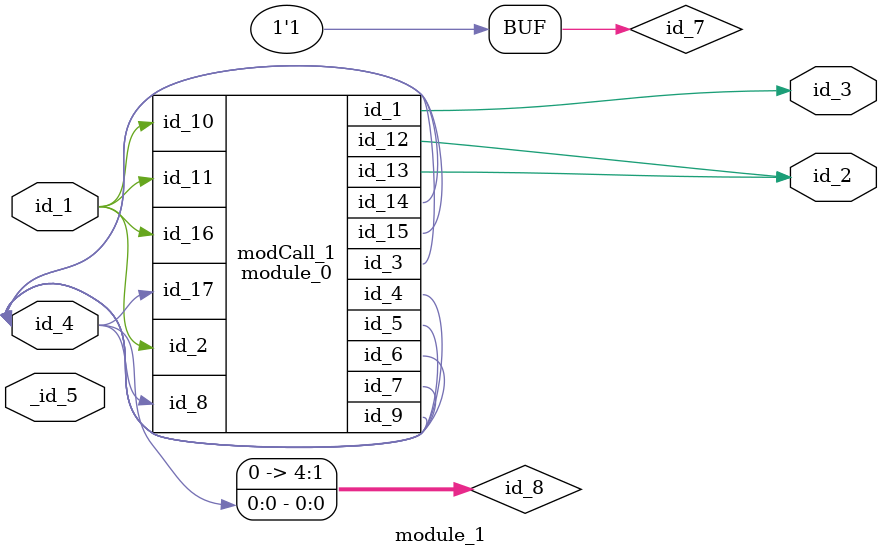
<source format=v>
module module_0 (
    id_1,
    id_2,
    id_3,
    id_4,
    id_5,
    id_6,
    id_7,
    id_8,
    id_9,
    id_10,
    id_11,
    id_12,
    id_13,
    id_14,
    id_15,
    id_16,
    id_17
);
  input wire id_17;
  input wire id_16;
  inout wire id_15;
  output wire id_14;
  output wire id_13;
  output wire id_12;
  input wire id_11;
  input wire id_10;
  inout wire id_9;
  input wire id_8;
  inout wire id_7;
  output wire id_6;
  inout wire id_5;
  inout wire id_4;
  output wire id_3;
  input wire id_2;
  output wire id_1;
  localparam id_18 = 1;
endmodule
module module_1 #(
    parameter id_5 = 32'd28,
    parameter id_6 = 32'd24
) (
    id_1,
    id_2,
    id_3,
    id_4,
    _id_5
);
  input wire _id_5;
  module_0 modCall_1 (
      id_3,
      id_1,
      id_4,
      id_4,
      id_4,
      id_4,
      id_4,
      id_4,
      id_4,
      id_1,
      id_1,
      id_2,
      id_2,
      id_4,
      id_4,
      id_1,
      id_4
  );
  inout wire id_4;
  output wire id_3;
  output wire id_2;
  input wire id_1;
  wire _id_6;
  ;
  tri id_7 = 1;
  wire [id_6 : id_5] id_8 = id_4;
endmodule

</source>
